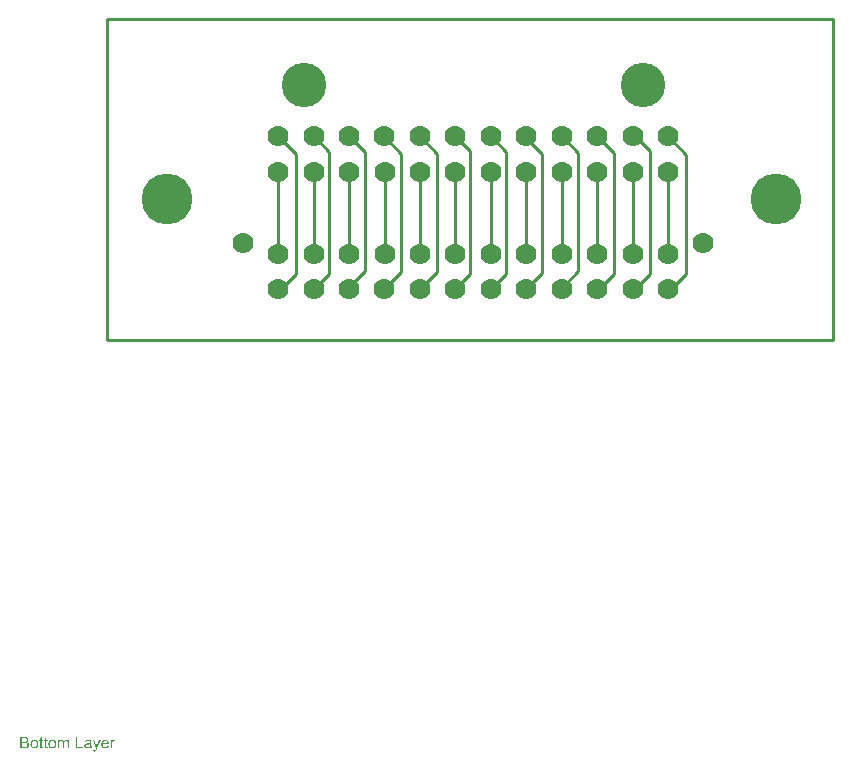
<source format=gbl>
G04*
G04 #@! TF.GenerationSoftware,Altium Limited,Altium Designer,18.1.11 (251)*
G04*
G04 Layer_Physical_Order=2*
G04 Layer_Color=16711680*
%FSLAX25Y25*%
%MOIN*%
G70*
G01*
G75*
%ADD10C,0.01000*%
%ADD14C,0.16929*%
%ADD15C,0.07000*%
%ADD16C,0.14800*%
G36*
X176219Y138842D02*
X176280Y138830D01*
X176352Y138808D01*
X176430Y138781D01*
X176518Y138742D01*
X176613Y138692D01*
X176441Y138259D01*
X176435Y138264D01*
X176413Y138276D01*
X176380Y138292D01*
X176335Y138309D01*
X176285Y138326D01*
X176224Y138342D01*
X176163Y138353D01*
X176102Y138359D01*
X176075D01*
X176047Y138353D01*
X176008Y138348D01*
X175969Y138337D01*
X175919Y138320D01*
X175869Y138298D01*
X175825Y138264D01*
X175819Y138259D01*
X175803Y138248D01*
X175786Y138226D01*
X175758Y138198D01*
X175730Y138159D01*
X175703Y138115D01*
X175675Y138065D01*
X175653Y138004D01*
X175647Y137993D01*
X175642Y137959D01*
X175630Y137909D01*
X175614Y137843D01*
X175597Y137759D01*
X175586Y137665D01*
X175581Y137565D01*
X175575Y137454D01*
Y136000D01*
X175103D01*
Y138786D01*
X175531D01*
Y138364D01*
X175536Y138370D01*
X175558Y138409D01*
X175586Y138459D01*
X175630Y138520D01*
X175675Y138581D01*
X175725Y138647D01*
X175775Y138703D01*
X175825Y138747D01*
X175830Y138753D01*
X175847Y138764D01*
X175880Y138781D01*
X175914Y138797D01*
X175958Y138814D01*
X176013Y138830D01*
X176069Y138842D01*
X176130Y138847D01*
X176169D01*
X176219Y138842D01*
D02*
G37*
G36*
X160479Y138842D02*
X160518D01*
X160557Y138836D01*
X160651Y138819D01*
X160751Y138792D01*
X160856Y138747D01*
X160962Y138692D01*
X161051Y138614D01*
X161062Y138603D01*
X161084Y138570D01*
X161123Y138520D01*
X161139Y138481D01*
X161162Y138442D01*
X161184Y138392D01*
X161200Y138342D01*
X161223Y138287D01*
X161239Y138220D01*
X161250Y138153D01*
X161261Y138076D01*
X161273Y137998D01*
Y137909D01*
Y136000D01*
X160801D01*
Y137748D01*
Y137754D01*
Y137759D01*
Y137793D01*
Y137843D01*
X160795Y137904D01*
X160790Y137970D01*
X160784Y138037D01*
X160773Y138103D01*
X160756Y138153D01*
Y138159D01*
X160745Y138176D01*
X160734Y138198D01*
X160718Y138225D01*
X160695Y138259D01*
X160668Y138292D01*
X160634Y138326D01*
X160590Y138359D01*
X160584Y138364D01*
X160568Y138370D01*
X160546Y138381D01*
X160507Y138398D01*
X160468Y138414D01*
X160418Y138425D01*
X160368Y138431D01*
X160307Y138436D01*
X160279D01*
X160257Y138431D01*
X160201Y138425D01*
X160135Y138414D01*
X160057Y138386D01*
X159974Y138353D01*
X159891Y138303D01*
X159813Y138237D01*
X159807Y138225D01*
X159785Y138198D01*
X159752Y138153D01*
X159719Y138087D01*
X159680Y137998D01*
X159652Y137893D01*
X159630Y137765D01*
X159619Y137615D01*
Y136000D01*
X159147D01*
Y137804D01*
Y137809D01*
Y137820D01*
Y137831D01*
Y137854D01*
X159141Y137915D01*
X159130Y137981D01*
X159119Y138059D01*
X159097Y138137D01*
X159069Y138209D01*
X159030Y138276D01*
X159025Y138281D01*
X159008Y138303D01*
X158980Y138326D01*
X158942Y138359D01*
X158892Y138386D01*
X158825Y138414D01*
X158747Y138431D01*
X158653Y138436D01*
X158620D01*
X158581Y138431D01*
X158536Y138425D01*
X158481Y138409D01*
X158414Y138392D01*
X158353Y138364D01*
X158287Y138331D01*
X158281Y138326D01*
X158259Y138309D01*
X158231Y138287D01*
X158192Y138253D01*
X158153Y138209D01*
X158115Y138153D01*
X158076Y138092D01*
X158043Y138020D01*
X158037Y138009D01*
X158031Y137981D01*
X158020Y137937D01*
X158004Y137876D01*
X157987Y137793D01*
X157976Y137693D01*
X157970Y137576D01*
X157965Y137443D01*
Y136000D01*
X157493D01*
Y138786D01*
X157915D01*
Y138386D01*
X157920Y138398D01*
X157937Y138420D01*
X157970Y138459D01*
X158009Y138503D01*
X158059Y138558D01*
X158120Y138614D01*
X158187Y138670D01*
X158265Y138719D01*
X158276Y138725D01*
X158303Y138742D01*
X158348Y138758D01*
X158409Y138786D01*
X158481Y138808D01*
X158564Y138825D01*
X158659Y138842D01*
X158758Y138847D01*
X158808D01*
X158870Y138842D01*
X158936Y138830D01*
X159019Y138814D01*
X159102Y138792D01*
X159186Y138758D01*
X159264Y138714D01*
X159275Y138708D01*
X159297Y138692D01*
X159330Y138664D01*
X159374Y138620D01*
X159419Y138570D01*
X159469Y138509D01*
X159513Y138436D01*
X159547Y138353D01*
X159552Y138359D01*
X159563Y138375D01*
X159580Y138398D01*
X159608Y138431D01*
X159641Y138470D01*
X159680Y138509D01*
X159724Y138553D01*
X159780Y138603D01*
X159841Y138647D01*
X159902Y138692D01*
X159974Y138731D01*
X160052Y138769D01*
X160135Y138803D01*
X160224Y138825D01*
X160312Y138842D01*
X160412Y138847D01*
X160451D01*
X160479Y138842D01*
D02*
G37*
G36*
X170658Y135956D02*
Y135950D01*
X170652Y135933D01*
X170641Y135911D01*
X170630Y135883D01*
X170613Y135845D01*
X170597Y135800D01*
X170558Y135706D01*
X170519Y135600D01*
X170475Y135495D01*
X170430Y135401D01*
X170408Y135362D01*
X170391Y135323D01*
X170386Y135312D01*
X170369Y135284D01*
X170341Y135245D01*
X170308Y135195D01*
X170264Y135140D01*
X170214Y135084D01*
X170164Y135029D01*
X170103Y134984D01*
X170097Y134979D01*
X170075Y134968D01*
X170042Y134951D01*
X169992Y134929D01*
X169936Y134907D01*
X169870Y134890D01*
X169797Y134879D01*
X169714Y134873D01*
X169692D01*
X169664Y134879D01*
X169625D01*
X169581Y134890D01*
X169531Y134901D01*
X169475Y134912D01*
X169414Y134934D01*
X169365Y135373D01*
X169370D01*
X169392Y135367D01*
X169420Y135362D01*
X169453Y135351D01*
X169542Y135334D01*
X169631Y135328D01*
X169659D01*
X169686Y135334D01*
X169720D01*
X169803Y135351D01*
X169842Y135367D01*
X169881Y135384D01*
X169886D01*
X169897Y135395D01*
X169914Y135406D01*
X169936Y135423D01*
X169986Y135467D01*
X170030Y135528D01*
Y135534D01*
X170042Y135545D01*
X170053Y135567D01*
X170064Y135600D01*
X170086Y135645D01*
X170108Y135711D01*
X170141Y135789D01*
X170175Y135883D01*
Y135889D01*
X170186Y135911D01*
X170197Y135950D01*
X170219Y136000D01*
X169165Y138786D01*
X169664D01*
X170247Y137171D01*
Y137165D01*
X170253Y137160D01*
X170258Y137143D01*
X170264Y137116D01*
X170275Y137088D01*
X170286Y137055D01*
X170314Y136977D01*
X170347Y136882D01*
X170380Y136772D01*
X170413Y136655D01*
X170447Y136527D01*
Y136533D01*
X170452Y136544D01*
X170458Y136560D01*
X170463Y136583D01*
X170469Y136610D01*
X170480Y136644D01*
X170502Y136727D01*
X170530Y136821D01*
X170569Y136932D01*
X170602Y137043D01*
X170647Y137160D01*
X171246Y138786D01*
X171718D01*
X170658Y135956D01*
D02*
G37*
G36*
X167750Y138842D02*
X167833Y138836D01*
X167927Y138825D01*
X168021Y138808D01*
X168116Y138786D01*
X168204Y138758D01*
X168216Y138753D01*
X168243Y138742D01*
X168282Y138725D01*
X168332Y138703D01*
X168388Y138670D01*
X168443Y138636D01*
X168493Y138592D01*
X168538Y138548D01*
X168543Y138542D01*
X168554Y138525D01*
X168571Y138497D01*
X168593Y138464D01*
X168621Y138414D01*
X168643Y138364D01*
X168665Y138303D01*
X168682Y138231D01*
Y138225D01*
X168687Y138209D01*
X168693Y138176D01*
X168699Y138131D01*
Y138070D01*
X168704Y137998D01*
X168710Y137904D01*
Y137798D01*
Y137165D01*
Y137160D01*
Y137138D01*
Y137104D01*
Y137060D01*
Y137010D01*
Y136949D01*
X168715Y136816D01*
Y136677D01*
X168721Y136538D01*
X168726Y136477D01*
Y136422D01*
X168732Y136372D01*
X168737Y136333D01*
Y136327D01*
X168743Y136305D01*
X168748Y136272D01*
X168765Y136228D01*
X168776Y136178D01*
X168798Y136122D01*
X168826Y136061D01*
X168854Y136000D01*
X168360D01*
X168354Y136005D01*
X168349Y136028D01*
X168338Y136056D01*
X168321Y136100D01*
X168304Y136150D01*
X168293Y136211D01*
X168282Y136277D01*
X168271Y136350D01*
X168266D01*
X168260Y136339D01*
X168227Y136311D01*
X168177Y136272D01*
X168110Y136222D01*
X168027Y136172D01*
X167944Y136117D01*
X167855Y136067D01*
X167761Y136028D01*
X167750Y136022D01*
X167716Y136017D01*
X167666Y136000D01*
X167605Y135983D01*
X167527Y135967D01*
X167439Y135956D01*
X167339Y135944D01*
X167239Y135939D01*
X167194D01*
X167161Y135944D01*
X167122D01*
X167078Y135950D01*
X166978Y135967D01*
X166867Y135995D01*
X166745Y136033D01*
X166634Y136089D01*
X166534Y136161D01*
X166523Y136172D01*
X166495Y136200D01*
X166456Y136250D01*
X166412Y136316D01*
X166367Y136400D01*
X166329Y136494D01*
X166301Y136610D01*
X166295Y136666D01*
X166290Y136733D01*
Y136744D01*
Y136766D01*
X166295Y136805D01*
X166301Y136855D01*
X166312Y136916D01*
X166329Y136977D01*
X166351Y137043D01*
X166379Y137104D01*
X166384Y137110D01*
X166395Y137132D01*
X166418Y137165D01*
X166445Y137204D01*
X166479Y137249D01*
X166523Y137293D01*
X166567Y137338D01*
X166623Y137376D01*
X166628Y137382D01*
X166650Y137393D01*
X166678Y137415D01*
X166723Y137437D01*
X166773Y137460D01*
X166834Y137487D01*
X166895Y137510D01*
X166967Y137532D01*
X166972D01*
X166995Y137537D01*
X167028Y137548D01*
X167072Y137554D01*
X167128Y137565D01*
X167200Y137576D01*
X167283Y137593D01*
X167383Y137604D01*
X167389D01*
X167411Y137610D01*
X167439D01*
X167478Y137615D01*
X167522Y137621D01*
X167577Y137632D01*
X167638Y137637D01*
X167705Y137648D01*
X167838Y137676D01*
X167982Y137704D01*
X168110Y137737D01*
X168171Y137754D01*
X168227Y137770D01*
Y137776D01*
Y137787D01*
X168232Y137820D01*
Y137859D01*
Y137881D01*
Y137893D01*
Y137898D01*
Y137904D01*
Y137937D01*
X168227Y137993D01*
X168216Y138054D01*
X168199Y138120D01*
X168171Y138187D01*
X168138Y138248D01*
X168094Y138298D01*
X168088Y138303D01*
X168060Y138326D01*
X168016Y138348D01*
X167960Y138381D01*
X167883Y138409D01*
X167794Y138436D01*
X167683Y138453D01*
X167555Y138459D01*
X167500D01*
X167444Y138453D01*
X167367Y138442D01*
X167289Y138431D01*
X167206Y138409D01*
X167128Y138381D01*
X167061Y138342D01*
X167056Y138337D01*
X167034Y138320D01*
X167006Y138292D01*
X166972Y138248D01*
X166939Y138192D01*
X166900Y138120D01*
X166867Y138031D01*
X166834Y137931D01*
X166373Y137993D01*
Y137998D01*
X166379Y138004D01*
Y138020D01*
X166384Y138042D01*
X166401Y138092D01*
X166423Y138164D01*
X166451Y138237D01*
X166484Y138314D01*
X166528Y138392D01*
X166578Y138464D01*
X166584Y138470D01*
X166606Y138492D01*
X166639Y138525D01*
X166684Y138570D01*
X166745Y138614D01*
X166817Y138658D01*
X166900Y138708D01*
X166995Y138747D01*
X167000D01*
X167006Y138753D01*
X167022Y138758D01*
X167045Y138764D01*
X167100Y138780D01*
X167178Y138797D01*
X167267Y138814D01*
X167378Y138830D01*
X167494Y138842D01*
X167627Y138847D01*
X167688D01*
X167750Y138842D01*
D02*
G37*
G36*
X164014Y136455D02*
X165907D01*
Y136000D01*
X163504D01*
Y139841D01*
X164014D01*
Y136455D01*
D02*
G37*
G36*
X146548Y139835D02*
X146593D01*
X146693Y139824D01*
X146804Y139813D01*
X146920Y139791D01*
X147037Y139763D01*
X147142Y139724D01*
X147148D01*
X147153Y139718D01*
X147187Y139702D01*
X147237Y139674D01*
X147292Y139635D01*
X147359Y139585D01*
X147431Y139524D01*
X147497Y139447D01*
X147558Y139363D01*
X147564Y139352D01*
X147581Y139319D01*
X147608Y139275D01*
X147636Y139208D01*
X147664Y139130D01*
X147692Y139047D01*
X147708Y138953D01*
X147714Y138858D01*
Y138847D01*
Y138819D01*
X147708Y138769D01*
X147697Y138708D01*
X147681Y138636D01*
X147653Y138558D01*
X147620Y138481D01*
X147575Y138398D01*
X147570Y138386D01*
X147553Y138364D01*
X147520Y138320D01*
X147475Y138276D01*
X147420Y138220D01*
X147353Y138159D01*
X147270Y138103D01*
X147176Y138048D01*
X147181D01*
X147192Y138042D01*
X147209Y138037D01*
X147231Y138026D01*
X147298Y138004D01*
X147375Y137965D01*
X147459Y137915D01*
X147553Y137854D01*
X147636Y137782D01*
X147714Y137693D01*
X147720Y137682D01*
X147742Y137648D01*
X147775Y137598D01*
X147808Y137532D01*
X147842Y137443D01*
X147875Y137349D01*
X147897Y137238D01*
X147903Y137116D01*
Y137110D01*
Y137104D01*
Y137071D01*
X147897Y137016D01*
X147886Y136949D01*
X147875Y136871D01*
X147853Y136788D01*
X147825Y136699D01*
X147786Y136610D01*
X147781Y136599D01*
X147764Y136572D01*
X147742Y136533D01*
X147708Y136477D01*
X147664Y136422D01*
X147620Y136361D01*
X147564Y136300D01*
X147503Y136250D01*
X147497Y136244D01*
X147475Y136228D01*
X147436Y136205D01*
X147387Y136183D01*
X147326Y136150D01*
X147253Y136117D01*
X147176Y136089D01*
X147081Y136061D01*
X147070D01*
X147037Y136050D01*
X146981Y136044D01*
X146909Y136033D01*
X146820Y136022D01*
X146715Y136011D01*
X146598Y136005D01*
X146465Y136000D01*
X145000D01*
Y139841D01*
X146510D01*
X146548Y139835D01*
D02*
G37*
G36*
X153569Y138786D02*
X154046D01*
Y138420D01*
X153569D01*
Y136783D01*
Y136772D01*
Y136749D01*
Y136716D01*
X153575Y136677D01*
X153580Y136588D01*
X153586Y136549D01*
X153591Y136522D01*
X153597Y136511D01*
X153614Y136488D01*
X153636Y136461D01*
X153675Y136433D01*
X153686Y136427D01*
X153714Y136416D01*
X153763Y136405D01*
X153836Y136400D01*
X153891D01*
X153919Y136405D01*
X153958D01*
X154002Y136411D01*
X154046Y136416D01*
X154107Y136000D01*
X154096D01*
X154074Y135995D01*
X154035Y135989D01*
X153985Y135983D01*
X153930Y135972D01*
X153869Y135967D01*
X153747Y135961D01*
X153702D01*
X153658Y135967D01*
X153603Y135972D01*
X153536Y135978D01*
X153469Y135995D01*
X153408Y136011D01*
X153347Y136039D01*
X153342Y136044D01*
X153325Y136056D01*
X153303Y136072D01*
X153270Y136100D01*
X153242Y136128D01*
X153208Y136167D01*
X153175Y136205D01*
X153153Y136255D01*
Y136261D01*
X153142Y136283D01*
X153136Y136322D01*
X153125Y136377D01*
X153114Y136450D01*
X153109Y136494D01*
Y136544D01*
X153103Y136605D01*
X153097Y136666D01*
Y136733D01*
Y136810D01*
Y138420D01*
X152748D01*
Y138786D01*
X153097D01*
Y139474D01*
X153569Y139757D01*
Y138786D01*
D02*
G37*
G36*
X152076D02*
X152553D01*
Y138420D01*
X152076D01*
Y136783D01*
Y136772D01*
Y136749D01*
Y136716D01*
X152082Y136677D01*
X152087Y136588D01*
X152093Y136549D01*
X152099Y136522D01*
X152104Y136511D01*
X152121Y136488D01*
X152143Y136461D01*
X152182Y136433D01*
X152193Y136427D01*
X152221Y136416D01*
X152270Y136405D01*
X152343Y136400D01*
X152398D01*
X152426Y136405D01*
X152465D01*
X152509Y136411D01*
X152553Y136416D01*
X152615Y136000D01*
X152603D01*
X152581Y135995D01*
X152542Y135989D01*
X152492Y135983D01*
X152437Y135972D01*
X152376Y135967D01*
X152254Y135961D01*
X152209D01*
X152165Y135967D01*
X152110Y135972D01*
X152043Y135978D01*
X151976Y135995D01*
X151915Y136011D01*
X151854Y136039D01*
X151849Y136044D01*
X151832Y136056D01*
X151810Y136072D01*
X151777Y136100D01*
X151749Y136128D01*
X151716Y136167D01*
X151682Y136205D01*
X151660Y136255D01*
Y136261D01*
X151649Y136283D01*
X151643Y136322D01*
X151632Y136377D01*
X151621Y136450D01*
X151616Y136494D01*
Y136544D01*
X151610Y136605D01*
X151604Y136666D01*
Y136733D01*
Y136810D01*
Y138420D01*
X151255D01*
Y138786D01*
X151604D01*
Y139474D01*
X152076Y139757D01*
Y138786D01*
D02*
G37*
G36*
X173355Y138842D02*
X173399Y138836D01*
X173455Y138825D01*
X173516Y138814D01*
X173588Y138797D01*
X173655Y138781D01*
X173732Y138753D01*
X173804Y138725D01*
X173882Y138686D01*
X173960Y138642D01*
X174038Y138592D01*
X174110Y138531D01*
X174176Y138464D01*
X174182Y138459D01*
X174193Y138448D01*
X174210Y138425D01*
X174232Y138392D01*
X174260Y138353D01*
X174287Y138309D01*
X174321Y138253D01*
X174354Y138187D01*
X174387Y138115D01*
X174421Y138037D01*
X174448Y137948D01*
X174476Y137854D01*
X174498Y137748D01*
X174515Y137637D01*
X174526Y137521D01*
X174531Y137393D01*
Y137388D01*
Y137365D01*
Y137327D01*
X174526Y137271D01*
X172445Y137271D01*
Y137265D01*
Y137249D01*
X172450Y137226D01*
Y137193D01*
X172456Y137154D01*
X172467Y137110D01*
X172484Y137010D01*
X172517Y136899D01*
X172561Y136777D01*
X172622Y136666D01*
X172700Y136566D01*
X172706D01*
X172711Y136555D01*
X172745Y136527D01*
X172794Y136488D01*
X172861Y136450D01*
X172950Y136405D01*
X173050Y136366D01*
X173161Y136339D01*
X173222Y136333D01*
X173288Y136327D01*
X173333D01*
X173383Y136333D01*
X173444Y136344D01*
X173510Y136361D01*
X173588Y136383D01*
X173660Y136416D01*
X173732Y136461D01*
X173738Y136466D01*
X173766Y136488D01*
X173799Y136522D01*
X173838Y136566D01*
X173882Y136627D01*
X173932Y136705D01*
X173982Y136794D01*
X174027Y136899D01*
X174515Y136838D01*
Y136832D01*
X174509Y136821D01*
X174504Y136799D01*
X174493Y136766D01*
X174476Y136733D01*
X174459Y136688D01*
X174415Y136594D01*
X174360Y136488D01*
X174282Y136377D01*
X174193Y136272D01*
X174082Y136172D01*
X174076D01*
X174065Y136161D01*
X174049Y136150D01*
X174027Y136133D01*
X173993Y136117D01*
X173960Y136100D01*
X173916Y136078D01*
X173866Y136056D01*
X173810Y136033D01*
X173755Y136011D01*
X173616Y135978D01*
X173460Y135950D01*
X173288Y135939D01*
X173227D01*
X173188Y135944D01*
X173138Y135950D01*
X173077Y135961D01*
X173011Y135972D01*
X172939Y135983D01*
X172783Y136028D01*
X172700Y136061D01*
X172622Y136094D01*
X172539Y136139D01*
X172461Y136189D01*
X172389Y136244D01*
X172317Y136311D01*
X172312Y136316D01*
X172301Y136327D01*
X172284Y136350D01*
X172262Y136383D01*
X172234Y136422D01*
X172206Y136466D01*
X172173Y136522D01*
X172140Y136583D01*
X172106Y136655D01*
X172073Y136733D01*
X172045Y136821D01*
X172017Y136916D01*
X171995Y137016D01*
X171978Y137127D01*
X171967Y137243D01*
X171962Y137365D01*
Y137371D01*
Y137399D01*
Y137432D01*
X171967Y137482D01*
X171973Y137543D01*
X171978Y137610D01*
X171990Y137687D01*
X172006Y137765D01*
X172051Y137943D01*
X172078Y138031D01*
X172112Y138126D01*
X172156Y138215D01*
X172206Y138298D01*
X172262Y138381D01*
X172323Y138459D01*
X172328Y138464D01*
X172339Y138475D01*
X172362Y138492D01*
X172389Y138520D01*
X172423Y138548D01*
X172467Y138581D01*
X172517Y138620D01*
X172578Y138653D01*
X172639Y138692D01*
X172711Y138725D01*
X172789Y138758D01*
X172872Y138786D01*
X172961Y138814D01*
X173055Y138830D01*
X173155Y138842D01*
X173261Y138847D01*
X173316D01*
X173355Y138842D01*
D02*
G37*
G36*
X155734D02*
X155784Y138836D01*
X155839Y138825D01*
X155900Y138814D01*
X155972Y138803D01*
X156122Y138753D01*
X156200Y138725D01*
X156278Y138686D01*
X156355Y138647D01*
X156433Y138592D01*
X156505Y138536D01*
X156577Y138470D01*
X156583Y138464D01*
X156594Y138453D01*
X156611Y138431D01*
X156633Y138403D01*
X156660Y138364D01*
X156694Y138314D01*
X156727Y138259D01*
X156760Y138198D01*
X156794Y138131D01*
X156827Y138048D01*
X156860Y137965D01*
X156888Y137870D01*
X156910Y137770D01*
X156927Y137665D01*
X156938Y137554D01*
X156944Y137432D01*
Y137426D01*
Y137410D01*
Y137382D01*
Y137343D01*
X156938Y137299D01*
X156932Y137243D01*
Y137188D01*
X156921Y137127D01*
X156905Y136988D01*
X156871Y136849D01*
X156833Y136710D01*
X156777Y136583D01*
Y136577D01*
X156772Y136572D01*
X156760Y136555D01*
X156749Y136533D01*
X156711Y136477D01*
X156660Y136411D01*
X156594Y136333D01*
X156511Y136255D01*
X156416Y136178D01*
X156305Y136105D01*
X156300D01*
X156294Y136100D01*
X156278Y136089D01*
X156250Y136078D01*
X156222Y136067D01*
X156189Y136056D01*
X156105Y136022D01*
X156011Y135995D01*
X155895Y135967D01*
X155773Y135944D01*
X155639Y135939D01*
X155584D01*
X155540Y135944D01*
X155490Y135950D01*
X155434Y135961D01*
X155367Y135972D01*
X155301Y135983D01*
X155151Y136028D01*
X155068Y136061D01*
X154990Y136094D01*
X154912Y136139D01*
X154835Y136189D01*
X154762Y136244D01*
X154690Y136311D01*
X154685Y136316D01*
X154674Y136327D01*
X154657Y136350D01*
X154635Y136383D01*
X154607Y136422D01*
X154579Y136466D01*
X154546Y136522D01*
X154513Y136588D01*
X154479Y136660D01*
X154446Y136744D01*
X154418Y136832D01*
X154391Y136927D01*
X154368Y137032D01*
X154352Y137143D01*
X154341Y137265D01*
X154335Y137393D01*
Y137404D01*
Y137426D01*
X154341Y137465D01*
Y137521D01*
X154346Y137582D01*
X154357Y137659D01*
X154368Y137737D01*
X154391Y137826D01*
X154413Y137915D01*
X154441Y138009D01*
X154474Y138109D01*
X154518Y138203D01*
X154563Y138292D01*
X154624Y138381D01*
X154685Y138464D01*
X154762Y138536D01*
X154768Y138542D01*
X154779Y138548D01*
X154801Y138564D01*
X154829Y138586D01*
X154862Y138609D01*
X154907Y138636D01*
X154951Y138664D01*
X155007Y138692D01*
X155068Y138719D01*
X155134Y138747D01*
X155284Y138797D01*
X155456Y138836D01*
X155545Y138842D01*
X155639Y138847D01*
X155695D01*
X155734Y138842D01*
D02*
G37*
G36*
X149762D02*
X149812Y138836D01*
X149867Y138825D01*
X149928Y138814D01*
X150001Y138803D01*
X150150Y138753D01*
X150228Y138725D01*
X150306Y138686D01*
X150383Y138647D01*
X150461Y138592D01*
X150533Y138536D01*
X150605Y138470D01*
X150611Y138464D01*
X150622Y138453D01*
X150639Y138431D01*
X150661Y138403D01*
X150689Y138364D01*
X150722Y138314D01*
X150755Y138259D01*
X150789Y138198D01*
X150822Y138131D01*
X150855Y138048D01*
X150889Y137965D01*
X150916Y137870D01*
X150938Y137770D01*
X150955Y137665D01*
X150966Y137554D01*
X150972Y137432D01*
Y137426D01*
Y137410D01*
Y137382D01*
Y137343D01*
X150966Y137299D01*
X150961Y137243D01*
Y137188D01*
X150950Y137127D01*
X150933Y136988D01*
X150900Y136849D01*
X150861Y136710D01*
X150805Y136583D01*
Y136577D01*
X150800Y136572D01*
X150789Y136555D01*
X150777Y136533D01*
X150739Y136477D01*
X150689Y136411D01*
X150622Y136333D01*
X150539Y136255D01*
X150445Y136178D01*
X150333Y136105D01*
X150328D01*
X150322Y136100D01*
X150306Y136089D01*
X150278Y136078D01*
X150250Y136067D01*
X150217Y136056D01*
X150134Y136022D01*
X150039Y135995D01*
X149923Y135967D01*
X149801Y135944D01*
X149668Y135939D01*
X149612D01*
X149568Y135944D01*
X149518Y135950D01*
X149462Y135961D01*
X149396Y135972D01*
X149329Y135983D01*
X149179Y136028D01*
X149096Y136061D01*
X149018Y136094D01*
X148941Y136139D01*
X148863Y136189D01*
X148791Y136244D01*
X148719Y136311D01*
X148713Y136316D01*
X148702Y136327D01*
X148685Y136350D01*
X148663Y136383D01*
X148635Y136422D01*
X148608Y136466D01*
X148574Y136522D01*
X148541Y136588D01*
X148508Y136660D01*
X148474Y136744D01*
X148447Y136832D01*
X148419Y136927D01*
X148397Y137032D01*
X148380Y137143D01*
X148369Y137265D01*
X148363Y137393D01*
Y137404D01*
Y137426D01*
X148369Y137465D01*
Y137521D01*
X148374Y137582D01*
X148386Y137659D01*
X148397Y137737D01*
X148419Y137826D01*
X148441Y137915D01*
X148469Y138009D01*
X148502Y138109D01*
X148547Y138203D01*
X148591Y138292D01*
X148652Y138381D01*
X148713Y138464D01*
X148791Y138536D01*
X148796Y138542D01*
X148807Y138548D01*
X148829Y138564D01*
X148857Y138586D01*
X148891Y138609D01*
X148935Y138636D01*
X148979Y138664D01*
X149035Y138692D01*
X149096Y138719D01*
X149162Y138747D01*
X149312Y138797D01*
X149484Y138836D01*
X149573Y138842D01*
X149668Y138847D01*
X149723D01*
X149762Y138842D01*
D02*
G37*
%LPC*%
G36*
X168232Y137399D02*
X168227D01*
X168221Y137393D01*
X168204Y137388D01*
X168182Y137382D01*
X168155Y137371D01*
X168121Y137360D01*
X168082Y137349D01*
X168038Y137338D01*
X167988Y137321D01*
X167927Y137310D01*
X167866Y137293D01*
X167794Y137276D01*
X167716Y137260D01*
X167638Y137243D01*
X167550Y137232D01*
X167455Y137215D01*
X167444D01*
X167411Y137210D01*
X167355Y137199D01*
X167294Y137188D01*
X167228Y137177D01*
X167161Y137160D01*
X167100Y137143D01*
X167045Y137121D01*
X167039D01*
X167022Y137110D01*
X167000Y137099D01*
X166978Y137082D01*
X166911Y137038D01*
X166856Y136971D01*
Y136966D01*
X166845Y136955D01*
X166839Y136932D01*
X166828Y136905D01*
X166817Y136871D01*
X166806Y136838D01*
X166800Y136794D01*
X166795Y136749D01*
Y136744D01*
Y136716D01*
X166800Y136683D01*
X166812Y136638D01*
X166828Y136588D01*
X166856Y136538D01*
X166889Y136483D01*
X166934Y136433D01*
X166939Y136427D01*
X166961Y136416D01*
X166995Y136394D01*
X167039Y136372D01*
X167100Y136350D01*
X167172Y136327D01*
X167255Y136316D01*
X167355Y136311D01*
X167400D01*
X167455Y136316D01*
X167516Y136327D01*
X167594Y136339D01*
X167672Y136361D01*
X167755Y136389D01*
X167838Y136427D01*
X167849Y136433D01*
X167872Y136450D01*
X167910Y136477D01*
X167955Y136516D01*
X168005Y136560D01*
X168060Y136616D01*
X168105Y136683D01*
X168149Y136755D01*
X168155Y136760D01*
X168160Y136783D01*
X168171Y136821D01*
X168188Y136871D01*
X168204Y136938D01*
X168216Y137016D01*
X168221Y137110D01*
X168227Y137221D01*
X168232Y137399D01*
D02*
G37*
G36*
X146421Y139385D02*
X145511D01*
Y138231D01*
X146454D01*
X146526Y138237D01*
X146604Y138242D01*
X146682Y138248D01*
X146759Y138259D01*
X146820Y138270D01*
X146832Y138276D01*
X146854Y138281D01*
X146887Y138298D01*
X146931Y138320D01*
X146976Y138342D01*
X147026Y138375D01*
X147076Y138420D01*
X147115Y138464D01*
X147120Y138470D01*
X147131Y138486D01*
X147148Y138520D01*
X147164Y138558D01*
X147181Y138603D01*
X147198Y138658D01*
X147209Y138725D01*
X147214Y138797D01*
Y138808D01*
Y138830D01*
X147209Y138864D01*
X147203Y138908D01*
X147192Y138964D01*
X147176Y139019D01*
X147153Y139075D01*
X147120Y139130D01*
X147115Y139136D01*
X147103Y139152D01*
X147081Y139180D01*
X147054Y139208D01*
X147015Y139241D01*
X146970Y139275D01*
X146915Y139308D01*
X146854Y139330D01*
X146848D01*
X146820Y139341D01*
X146782Y139347D01*
X146721Y139358D01*
X146637Y139369D01*
X146543Y139374D01*
X146421Y139385D01*
D02*
G37*
G36*
X146521Y137776D02*
X145511D01*
Y136455D01*
X146604D01*
X146721Y136461D01*
X146771Y136466D01*
X146815Y136472D01*
X146820D01*
X146843Y136477D01*
X146876Y136483D01*
X146915Y136494D01*
X147009Y136527D01*
X147103Y136572D01*
X147109Y136577D01*
X147126Y136588D01*
X147148Y136605D01*
X147176Y136627D01*
X147203Y136660D01*
X147242Y136694D01*
X147270Y136738D01*
X147303Y136788D01*
X147309Y136794D01*
X147314Y136810D01*
X147326Y136844D01*
X147342Y136882D01*
X147359Y136927D01*
X147370Y136982D01*
X147375Y137049D01*
X147381Y137116D01*
Y137127D01*
Y137149D01*
X147375Y137193D01*
X147364Y137243D01*
X147353Y137299D01*
X147331Y137360D01*
X147303Y137421D01*
X147264Y137482D01*
X147259Y137487D01*
X147242Y137510D01*
X147220Y137537D01*
X147187Y137571D01*
X147142Y137610D01*
X147087Y137648D01*
X147026Y137682D01*
X146954Y137709D01*
X146942Y137715D01*
X146920Y137721D01*
X146870Y137732D01*
X146809Y137743D01*
X146732Y137754D01*
X146637Y137765D01*
X146521Y137776D01*
D02*
G37*
G36*
X173266Y138459D02*
X173233D01*
X173211Y138453D01*
X173150Y138448D01*
X173077Y138431D01*
X172989Y138403D01*
X172894Y138364D01*
X172806Y138309D01*
X172717Y138237D01*
X172706Y138225D01*
X172683Y138198D01*
X172645Y138148D01*
X172606Y138081D01*
X172561Y138004D01*
X172522Y137904D01*
X172489Y137787D01*
X172473Y137659D01*
X174032Y137660D01*
Y137665D01*
Y137676D01*
X174027Y137693D01*
Y137715D01*
X174015Y137782D01*
X173999Y137854D01*
X173971Y137943D01*
X173943Y138026D01*
X173899Y138109D01*
X173849Y138181D01*
Y138187D01*
X173838Y138192D01*
X173810Y138226D01*
X173760Y138270D01*
X173694Y138320D01*
X173610Y138370D01*
X173510Y138414D01*
X173394Y138448D01*
X173333Y138453D01*
X173266Y138459D01*
D02*
G37*
G36*
X155639D02*
X155606D01*
X155578Y138453D01*
X155517Y138448D01*
X155434Y138425D01*
X155340Y138392D01*
X155240Y138348D01*
X155145Y138281D01*
X155096Y138237D01*
X155051Y138192D01*
Y138187D01*
X155040Y138181D01*
X155029Y138164D01*
X155012Y138142D01*
X154996Y138115D01*
X154979Y138081D01*
X154957Y138037D01*
X154935Y137993D01*
X154912Y137937D01*
X154890Y137881D01*
X154874Y137815D01*
X154857Y137743D01*
X154840Y137665D01*
X154829Y137582D01*
X154824Y137487D01*
X154818Y137393D01*
Y137388D01*
Y137371D01*
Y137343D01*
X154824Y137304D01*
Y137260D01*
X154829Y137210D01*
X154846Y137093D01*
X154874Y136960D01*
X154918Y136827D01*
X154973Y136699D01*
X155012Y136644D01*
X155051Y136588D01*
X155057D01*
X155062Y136577D01*
X155096Y136549D01*
X155145Y136505D01*
X155212Y136461D01*
X155295Y136411D01*
X155395Y136366D01*
X155512Y136339D01*
X155573Y136333D01*
X155639Y136327D01*
X155673D01*
X155700Y136333D01*
X155761Y136344D01*
X155845Y136361D01*
X155933Y136394D01*
X156033Y136438D01*
X156128Y136505D01*
X156178Y136549D01*
X156222Y136594D01*
X156228Y136599D01*
X156233Y136605D01*
X156244Y136622D01*
X156261Y136644D01*
X156278Y136672D01*
X156300Y136705D01*
X156322Y136749D01*
X156344Y136794D01*
X156366Y136849D01*
X156383Y136910D01*
X156405Y136977D01*
X156422Y137049D01*
X156439Y137132D01*
X156450Y137215D01*
X156461Y137310D01*
Y137410D01*
Y137415D01*
Y137432D01*
Y137460D01*
X156455Y137493D01*
Y137537D01*
X156450Y137587D01*
X156433Y137704D01*
X156405Y137826D01*
X156361Y137959D01*
X156300Y138081D01*
X156266Y138142D01*
X156222Y138192D01*
Y138198D01*
X156211Y138203D01*
X156178Y138237D01*
X156128Y138276D01*
X156061Y138326D01*
X155978Y138375D01*
X155878Y138420D01*
X155767Y138448D01*
X155706Y138453D01*
X155639Y138459D01*
D02*
G37*
G36*
X149668D02*
X149634D01*
X149607Y138453D01*
X149546Y138448D01*
X149462Y138425D01*
X149368Y138392D01*
X149268Y138348D01*
X149174Y138281D01*
X149124Y138237D01*
X149079Y138192D01*
Y138187D01*
X149068Y138181D01*
X149057Y138164D01*
X149040Y138142D01*
X149024Y138115D01*
X149007Y138081D01*
X148985Y138037D01*
X148963Y137993D01*
X148941Y137937D01*
X148918Y137881D01*
X148902Y137815D01*
X148885Y137743D01*
X148868Y137665D01*
X148857Y137582D01*
X148852Y137487D01*
X148846Y137393D01*
Y137388D01*
Y137371D01*
Y137343D01*
X148852Y137304D01*
Y137260D01*
X148857Y137210D01*
X148874Y137093D01*
X148902Y136960D01*
X148946Y136827D01*
X149002Y136699D01*
X149040Y136644D01*
X149079Y136588D01*
X149085D01*
X149090Y136577D01*
X149124Y136549D01*
X149174Y136505D01*
X149240Y136461D01*
X149323Y136411D01*
X149423Y136366D01*
X149540Y136339D01*
X149601Y136333D01*
X149668Y136327D01*
X149701D01*
X149729Y136333D01*
X149790Y136344D01*
X149873Y136361D01*
X149962Y136394D01*
X150062Y136438D01*
X150156Y136505D01*
X150206Y136549D01*
X150250Y136594D01*
X150256Y136599D01*
X150261Y136605D01*
X150273Y136622D01*
X150289Y136644D01*
X150306Y136672D01*
X150328Y136705D01*
X150350Y136749D01*
X150372Y136794D01*
X150395Y136849D01*
X150411Y136910D01*
X150433Y136977D01*
X150450Y137049D01*
X150467Y137132D01*
X150478Y137215D01*
X150489Y137310D01*
Y137410D01*
Y137415D01*
Y137432D01*
Y137460D01*
X150483Y137493D01*
Y137537D01*
X150478Y137587D01*
X150461Y137704D01*
X150433Y137826D01*
X150389Y137959D01*
X150328Y138081D01*
X150295Y138142D01*
X150250Y138192D01*
Y138198D01*
X150239Y138203D01*
X150206Y138237D01*
X150156Y138276D01*
X150089Y138326D01*
X150006Y138375D01*
X149906Y138420D01*
X149795Y138448D01*
X149734Y138453D01*
X149668Y138459D01*
D02*
G37*
%LPD*%
D10*
X232000Y289000D02*
X237000Y294000D01*
X231000Y289000D02*
X232000D01*
X237000Y294000D02*
Y334000D01*
X231000Y340000D02*
X237000Y334000D01*
X243000Y289000D02*
X248000Y294000D01*
X242800Y289000D02*
X243000D01*
X248000Y294000D02*
Y334800D01*
X242800Y340000D02*
X248000Y334800D01*
X254600Y289600D02*
X260000Y295000D01*
X254600Y289000D02*
Y289600D01*
X260000Y295000D02*
Y334600D01*
X254600Y340000D02*
X260000Y334600D01*
X266200Y289000D02*
X272000Y294800D01*
Y334200D01*
X266200Y340000D02*
X272000Y334200D01*
X278200Y289000D02*
X284000Y294800D01*
Y334200D01*
X278200Y340000D02*
X284000Y334200D01*
X290000Y289000D02*
X295000Y294000D01*
Y335000D01*
X290000Y340000D02*
X295000Y335000D01*
X301800Y289000D02*
X307000Y294200D01*
Y334800D01*
X301800Y340000D02*
X307000Y334800D01*
X313600Y289000D02*
X319000Y294400D01*
Y334000D01*
X313600Y339400D02*
X319000Y334000D01*
X313600Y339400D02*
Y340000D01*
X325400Y289400D02*
X331000Y295000D01*
X325400Y289000D02*
Y289400D01*
X331000Y295000D02*
Y334400D01*
X325400Y340000D02*
X331000Y334400D01*
X338000Y289000D02*
X343000Y294000D01*
X337300Y289000D02*
X338000D01*
X343000Y294000D02*
Y334300D01*
X337300Y340000D02*
X343000Y334300D01*
X350000Y289000D02*
X355000Y294000D01*
X349100Y289000D02*
X350000D01*
X355000Y294000D02*
Y335000D01*
X350000Y340000D02*
X355000Y335000D01*
X349100Y340000D02*
X350000D01*
X362000Y289000D02*
X367000Y294000D01*
X360900Y289000D02*
X362000D01*
X367000Y294000D02*
Y333900D01*
X360900Y340000D02*
X367000Y333900D01*
X360900Y300800D02*
Y328200D01*
X349100Y300800D02*
Y328200D01*
X337300Y300800D02*
Y328200D01*
X325400Y300800D02*
Y328200D01*
X313600Y300800D02*
Y328200D01*
X301800Y300800D02*
Y328200D01*
X290000Y300800D02*
Y328200D01*
X278200Y300800D02*
Y328200D01*
X266400Y300800D02*
Y328200D01*
X254600Y300800D02*
Y328200D01*
X242800Y300800D02*
Y328200D01*
X231000Y300800D02*
Y328200D01*
X324414Y330811D02*
X325400Y329825D01*
X337300Y289000D02*
X337986Y289686D01*
X278200Y289000D02*
X279200Y288000D01*
X242800Y289000D02*
X243200Y288600D01*
X242800Y340000D02*
X243000Y340200D01*
X361000Y330711D02*
X361100Y330811D01*
X360800Y330711D02*
X360900Y330811D01*
X349200Y330711D02*
X349300Y330811D01*
X349000Y330711D02*
X349100Y330811D01*
X337400Y330711D02*
X337500Y330811D01*
X337200Y330711D02*
X337300Y330811D01*
X325500Y330711D02*
X325600Y330811D01*
X325300Y330711D02*
X325400Y330811D01*
X313700Y330711D02*
X313800Y330811D01*
X313500Y330711D02*
X313600Y330811D01*
X301900Y330711D02*
X302000Y330811D01*
X301700Y330711D02*
X301800Y330811D01*
X290100Y330711D02*
X290200Y330811D01*
X289900Y330711D02*
X290000Y330811D01*
X278300Y330711D02*
X278400Y330811D01*
X278100Y330711D02*
X278200Y330811D01*
X266500Y330711D02*
X266600Y330811D01*
X266300Y330711D02*
X266400Y330811D01*
X254400Y330611D02*
X254600Y330811D01*
X242900Y330711D02*
X243000Y330811D01*
X242700Y330711D02*
X242800Y330811D01*
X231100Y330711D02*
X231200Y330811D01*
X230900Y330711D02*
X231000Y330811D01*
X174000Y379000D02*
X416000D01*
Y272000D02*
Y379000D01*
X174000Y272000D02*
X416000D01*
X174000D02*
Y379000D01*
D14*
X194000Y319000D02*
D03*
X397000D02*
D03*
D15*
X360900Y328200D02*
D03*
X349100D02*
D03*
Y340000D02*
D03*
X360900D02*
D03*
X242800Y328200D02*
D03*
X231000D02*
D03*
Y340000D02*
D03*
X242800D02*
D03*
X337300D02*
D03*
X254600D02*
D03*
Y328200D02*
D03*
X266400D02*
D03*
X266200Y340000D02*
D03*
X325400D02*
D03*
X290000D02*
D03*
X301800D02*
D03*
X278200D02*
D03*
X313600D02*
D03*
Y328200D02*
D03*
X278200D02*
D03*
X301800D02*
D03*
X290000D02*
D03*
X325400D02*
D03*
X337300D02*
D03*
X219200Y304500D02*
D03*
X372700D02*
D03*
X337300Y300800D02*
D03*
X325400D02*
D03*
X290000D02*
D03*
X301800D02*
D03*
X278200D02*
D03*
X313600D02*
D03*
Y289000D02*
D03*
X278200D02*
D03*
X301800D02*
D03*
X290000D02*
D03*
X325400D02*
D03*
X266200D02*
D03*
X266400Y300800D02*
D03*
X254600D02*
D03*
Y289000D02*
D03*
X337300D02*
D03*
X242800D02*
D03*
X231000D02*
D03*
Y300800D02*
D03*
X242800D02*
D03*
X360900Y289000D02*
D03*
X349100D02*
D03*
Y300800D02*
D03*
X360900D02*
D03*
D16*
X239400Y357000D02*
D03*
X352400D02*
D03*
M02*

</source>
